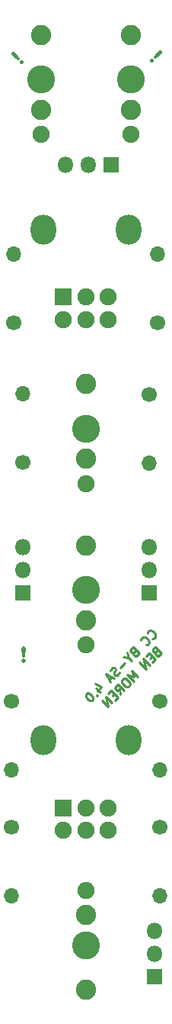
<source format=gbr>
%TF.GenerationSoftware,KiCad,Pcbnew,(5.1.6-0-10_14)*%
%TF.CreationDate,2020-11-24T13:30:39-06:00*%
%TF.ProjectId,nab,6e61622e-6b69-4636-9164-5f7063625858,rev?*%
%TF.SameCoordinates,Original*%
%TF.FileFunction,Soldermask,Bot*%
%TF.FilePolarity,Negative*%
%FSLAX46Y46*%
G04 Gerber Fmt 4.6, Leading zero omitted, Abs format (unit mm)*
G04 Created by KiCad (PCBNEW (5.1.6-0-10_14)) date 2020-11-24 13:30:39*
%MOMM*%
%LPD*%
G01*
G04 APERTURE LIST*
%ADD10C,0.300000*%
%ADD11C,0.250000*%
%ADD12O,1.800000X1.800000*%
%ADD13R,1.800000X1.800000*%
%ADD14R,1.900000X1.900000*%
%ADD15C,1.900000*%
%ADD16O,2.820000X3.340000*%
%ADD17C,3.100000*%
%ADD18C,2.250000*%
%ADD19O,1.700000X1.700000*%
%ADD20C,1.700000*%
G04 APERTURE END LIST*
D10*
X52818274Y-55089769D02*
X52818274Y-55190784D01*
X52919289Y-55190784D01*
X52919289Y-55089769D01*
X52818274Y-55089769D01*
X52919289Y-55190784D01*
X52515228Y-54786723D02*
X51959644Y-54130124D01*
X51858629Y-54130124D01*
X51858629Y-54231139D01*
X52515228Y-54786723D01*
X51858629Y-54130124D01*
X67376330Y-54913774D02*
X67275315Y-54913774D01*
X67275315Y-55014789D01*
X67376330Y-55014789D01*
X67376330Y-54913774D01*
X67275315Y-55014789D01*
X67679376Y-54610728D02*
X68335975Y-54055144D01*
X68335975Y-53954129D01*
X68234960Y-53954129D01*
X67679376Y-54610728D01*
X68335975Y-53954129D01*
X53073300Y-121477814D02*
X53001871Y-121549242D01*
X53073300Y-121620671D01*
X53144728Y-121549242D01*
X53073300Y-121477814D01*
X53073300Y-121620671D01*
X53073300Y-121049242D02*
X53144728Y-120192100D01*
X53073300Y-120120671D01*
X53001871Y-120192100D01*
X53073300Y-121049242D01*
X53073300Y-120120671D01*
D11*
X67411844Y-119104596D02*
X67479187Y-119104596D01*
X67613874Y-119037252D01*
X67681218Y-118969909D01*
X67748561Y-118835222D01*
X67748561Y-118700535D01*
X67714889Y-118599519D01*
X67613874Y-118431161D01*
X67512859Y-118330145D01*
X67344500Y-118229130D01*
X67243485Y-118195458D01*
X67108798Y-118195458D01*
X66974111Y-118262802D01*
X66906767Y-118330145D01*
X66839424Y-118464832D01*
X66839424Y-118532176D01*
X66704737Y-119811702D02*
X66772080Y-119811702D01*
X66906767Y-119744359D01*
X66974111Y-119677015D01*
X67041454Y-119542328D01*
X67041454Y-119407641D01*
X67007783Y-119306626D01*
X66906767Y-119138267D01*
X66805752Y-119037252D01*
X66637393Y-118936237D01*
X66536378Y-118902565D01*
X66401691Y-118902565D01*
X66267004Y-118969909D01*
X66199661Y-119037252D01*
X66132317Y-119171939D01*
X66132317Y-119239283D01*
X65324195Y-120586153D02*
X65256852Y-120720840D01*
X65256852Y-120788183D01*
X65290523Y-120889198D01*
X65391539Y-120990214D01*
X65492554Y-121023885D01*
X65559897Y-121023885D01*
X65660913Y-120990214D01*
X65930287Y-120720840D01*
X65223180Y-120013733D01*
X64987478Y-120249435D01*
X64953806Y-120350450D01*
X64953806Y-120417794D01*
X64987478Y-120518809D01*
X65054821Y-120586153D01*
X65155836Y-120619824D01*
X65223180Y-120619824D01*
X65324195Y-120586153D01*
X65559897Y-120350450D01*
X64751775Y-121225916D02*
X65088493Y-121562633D01*
X64617088Y-120619824D02*
X64751775Y-121225916D01*
X64145684Y-121091229D01*
X64347714Y-121764664D02*
X63808966Y-122303412D01*
X63741623Y-122842160D02*
X63674279Y-122976847D01*
X63505920Y-123145206D01*
X63404905Y-123178878D01*
X63337562Y-123178878D01*
X63236546Y-123145206D01*
X63169203Y-123077862D01*
X63135531Y-122976847D01*
X63135531Y-122909504D01*
X63169203Y-122808488D01*
X63270218Y-122640130D01*
X63303890Y-122539114D01*
X63303890Y-122471771D01*
X63270218Y-122370756D01*
X63202875Y-122303412D01*
X63101859Y-122269740D01*
X63034516Y-122269740D01*
X62933501Y-122303412D01*
X62765142Y-122471771D01*
X62697798Y-122606458D01*
X62899829Y-123347236D02*
X62563111Y-123683954D01*
X63169203Y-123481923D02*
X62226394Y-123010519D01*
X62697798Y-123953328D01*
X61148898Y-124559419D02*
X61620302Y-125030824D01*
X61047883Y-124121687D02*
X61721318Y-124458404D01*
X61283585Y-124896137D01*
X61182570Y-125333870D02*
X61182570Y-125401213D01*
X61249913Y-125401213D01*
X61249913Y-125333870D01*
X61182570Y-125333870D01*
X61249913Y-125401213D01*
X60071402Y-125165511D02*
X60004058Y-125232854D01*
X59970387Y-125333870D01*
X59970387Y-125401213D01*
X60004058Y-125502228D01*
X60105074Y-125670587D01*
X60273432Y-125838946D01*
X60441791Y-125939961D01*
X60542806Y-125973633D01*
X60610150Y-125973633D01*
X60711165Y-125939961D01*
X60778509Y-125872618D01*
X60812180Y-125771602D01*
X60812180Y-125704259D01*
X60778509Y-125603244D01*
X60677493Y-125434885D01*
X60509135Y-125266526D01*
X60340776Y-125165511D01*
X60239761Y-125131839D01*
X60172417Y-125131839D01*
X60071402Y-125165511D01*
X67824323Y-120560899D02*
X67756979Y-120695586D01*
X67756979Y-120762930D01*
X67790651Y-120863945D01*
X67891666Y-120964960D01*
X67992682Y-120998632D01*
X68060025Y-120998632D01*
X68161040Y-120964960D01*
X68430414Y-120695586D01*
X67723307Y-119988479D01*
X67487605Y-120224181D01*
X67453933Y-120325197D01*
X67453933Y-120392540D01*
X67487605Y-120493555D01*
X67554949Y-120560899D01*
X67655964Y-120594571D01*
X67723307Y-120594571D01*
X67824323Y-120560899D01*
X68060025Y-120325197D01*
X67352918Y-121032304D02*
X67117216Y-121268006D01*
X67386590Y-121739410D02*
X67723307Y-121402693D01*
X67016201Y-120695586D01*
X66679483Y-121032304D01*
X67083544Y-122042456D02*
X66376437Y-121335349D01*
X66679483Y-122446517D01*
X65972376Y-121739410D01*
X65804018Y-123321983D02*
X65096911Y-122614876D01*
X65366285Y-123355654D01*
X64625506Y-123086280D01*
X65332613Y-123793387D01*
X64154102Y-123557685D02*
X64019415Y-123692372D01*
X63985743Y-123793387D01*
X63985743Y-123928074D01*
X64086758Y-124096433D01*
X64322461Y-124332135D01*
X64490819Y-124433150D01*
X64625506Y-124433150D01*
X64726522Y-124399479D01*
X64861209Y-124264792D01*
X64894880Y-124163776D01*
X64894880Y-124029089D01*
X64793865Y-123860731D01*
X64558163Y-123625028D01*
X64389804Y-123524013D01*
X64255117Y-123524013D01*
X64154102Y-123557685D01*
X63851056Y-125274944D02*
X63750041Y-124702524D01*
X64255117Y-124870883D02*
X63548010Y-124163776D01*
X63278636Y-124433150D01*
X63244965Y-124534166D01*
X63244965Y-124601509D01*
X63278636Y-124702524D01*
X63379652Y-124803540D01*
X63480667Y-124837211D01*
X63548010Y-124837211D01*
X63649026Y-124803540D01*
X63918400Y-124534166D01*
X63177621Y-125207601D02*
X62941919Y-125443303D01*
X63211293Y-125914707D02*
X63548010Y-125577990D01*
X62840904Y-124870883D01*
X62504186Y-125207601D01*
X62908247Y-126217753D02*
X62201140Y-125510646D01*
X62504186Y-126621814D01*
X61797079Y-125914707D01*
D12*
%TO.C,J9*%
X57734200Y-66522600D03*
X60274200Y-66522600D03*
D13*
X62814200Y-66522600D03*
%TD*%
D12*
%TO.C,J8*%
X53000000Y-108920000D03*
X53000000Y-111460000D03*
D13*
X53000000Y-114000000D03*
%TD*%
D12*
%TO.C,J7*%
X67000000Y-108920000D03*
X67000000Y-111460000D03*
D13*
X67000000Y-114000000D03*
%TD*%
D12*
%TO.C,J6*%
X67614800Y-151549100D03*
X67614800Y-154089100D03*
D13*
X67614800Y-156629100D03*
%TD*%
D14*
%TO.C,RV1*%
X57500000Y-137854597D03*
D15*
X60000000Y-137854597D03*
X62500000Y-137854597D03*
D16*
X64750000Y-130354597D03*
X55250000Y-130354597D03*
D15*
X62500000Y-140354597D03*
X60000000Y-140354597D03*
X57500000Y-140354597D03*
%TD*%
D17*
%TO.C,J3*%
X60000000Y-95766799D03*
D18*
X60000000Y-90846799D03*
X60000000Y-99146799D03*
D15*
X60000000Y-101862799D03*
%TD*%
D17*
%TO.C,J2*%
X60000000Y-113660698D03*
D18*
X60000000Y-108740698D03*
X60000000Y-117040698D03*
D15*
X60000000Y-119756698D03*
%TD*%
D17*
%TO.C,J1*%
X60000000Y-153098500D03*
D18*
X60000000Y-158018500D03*
X60000000Y-149718500D03*
D15*
X60000000Y-147002500D03*
%TD*%
D14*
%TO.C,RV2*%
X57500000Y-81193899D03*
D15*
X60000000Y-81193899D03*
X62500000Y-81193899D03*
D16*
X64750000Y-73693899D03*
X55250000Y-73693899D03*
D15*
X62500000Y-83693899D03*
X60000000Y-83693899D03*
X57500000Y-83693899D03*
%TD*%
D19*
%TO.C,R8*%
X67000000Y-99620000D03*
D20*
X67000000Y-92000000D03*
%TD*%
D19*
%TO.C,R7*%
X68000000Y-76380000D03*
D20*
X68000000Y-84000000D03*
%TD*%
D19*
%TO.C,R6*%
X68250000Y-133620000D03*
D20*
X68250000Y-126000000D03*
%TD*%
D19*
%TO.C,R5*%
X68250000Y-147620000D03*
D20*
X68250000Y-140000000D03*
%TD*%
D19*
%TO.C,R4*%
X53000000Y-91880000D03*
D20*
X53000000Y-99500000D03*
%TD*%
D19*
%TO.C,R3*%
X52000000Y-76380000D03*
D20*
X52000000Y-84000000D03*
%TD*%
D19*
%TO.C,R2*%
X51750000Y-133620000D03*
D20*
X51750000Y-126000000D03*
%TD*%
D19*
%TO.C,R1*%
X51750000Y-147620000D03*
D20*
X51750000Y-140000000D03*
%TD*%
D17*
%TO.C,J5*%
X65000000Y-57000000D03*
D18*
X65000000Y-52080000D03*
X65000000Y-60380000D03*
D15*
X65000000Y-63096000D03*
%TD*%
D17*
%TO.C,J4*%
X55000000Y-57000000D03*
D18*
X55000000Y-52080000D03*
X55000000Y-60380000D03*
D15*
X55000000Y-63096000D03*
%TD*%
M02*

</source>
